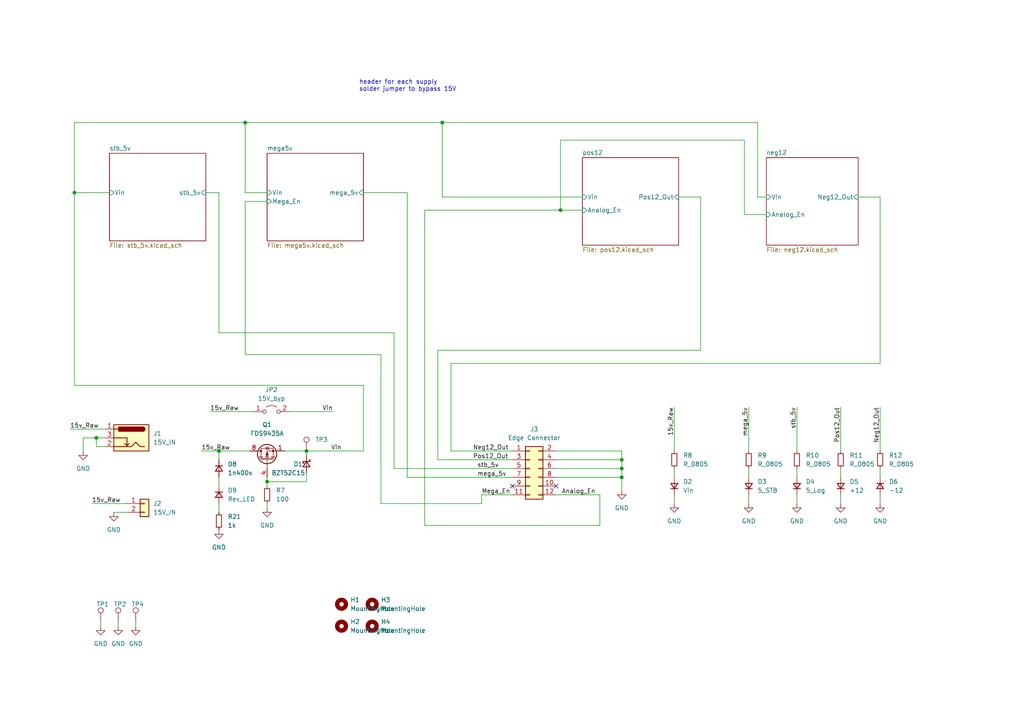
<source format=kicad_sch>
(kicad_sch (version 20230121) (generator eeschema)
  (paper "A4")
  (title_block (title "GD Power Supply Prototype") (date "2022-03-11") (rev "Rev 1") (company "twitch.tv/baldengineer"))
  (lib_symbols
    (symbol "Connector:Barrel_Jack_Switch" (pin_names hide)
      (property "Reference" "J" (at 0 5.334 0))
      (property "Value" "Barrel_Jack_Switch" (at 0 -5.08 0))
      (symbol "Barrel_Jack_Switch_0_1"
        (rectangle (start -5.08 3.81) (end 5.08 -3.81) (stroke (width 0.254)) (fill (type background)))
        (arc (start -3.302 3.175) (mid -3.9343 2.54) (end -3.302 1.905) (stroke (width 0.254)))
        (arc (start -3.302 3.175) (mid -3.9343 2.54) (end -3.302 1.905) (stroke (width 0.254)) (fill (type outline)))
        (polyline (pts (xy 1.27 -2.286) (xy 1.905 -1.651)) (stroke (width 0.254)))
        (polyline (pts (xy 5.08 2.54) (xy 3.81 2.54)) (stroke (width 0.254)))
        (polyline (pts (xy 5.08 0) (xy 1.27 0) (xy 1.27 -2.286) (xy 0.635 -1.651)) (stroke (width 0.254)))
        (polyline (pts (xy -3.81 -2.54) (xy -2.54 -2.54) (xy -1.27 -1.27) (xy 0 -2.54) (xy 2.54 -2.54) (xy 5.08 -2.54)) (stroke (width 0.254)))
        (rectangle (start 3.683 3.175) (end -3.302 1.905) (stroke (width 0.254)) (fill (type outline)))
      )
      (symbol "Barrel_Jack_Switch_1_1"
        (pin passive line (at 7.62 2.54 180) (length 2.54) (name "~") (number "1"))
        (pin passive line (at 7.62 -2.54 180) (length 2.54) (name "~") (number "2"))
        (pin passive line (at 7.62 0 180) (length 2.54) (name "~") (number "3"))
      )
    )
    (symbol "Connector_Generic:Conn_01x02" (pin_names (offset 1.016) hide)
      (property "Reference" "J" (at 0 2.54 0))
      (property "Value" "Conn_01x02" (at 0 -5.08 0))
      (symbol "Conn_01x02_1_1"
        (rectangle (start -1.27 -2.413) (end 0 -2.667) (stroke (width 0.1524)))
        (rectangle (start -1.27 0.127) (end 0 -0.127) (stroke (width 0.1524)))
        (rectangle (start -1.27 1.27) (end 1.27 -3.81) (stroke (width 0.254)) (fill (type background)))
        (pin passive line (at -5.08 0 0) (length 3.81) (name "Pin_1") (number "1"))
        (pin passive line (at -5.08 -2.54 0) (length 3.81) (name "Pin_2") (number "2"))
      )
    )
    (symbol "Connector_Generic:Conn_02x06_Odd_Even" (pin_names (offset 1.016) hide)
      (property "Reference" "J" (at 1.27 7.62 0))
      (property "Value" "Conn_02x06_Odd_Even" (at 1.27 -10.16 0))
      (symbol "Conn_02x06_Odd_Even_1_1"
        (rectangle (start -1.27 -7.493) (end 0 -7.747) (stroke (width 0.1524)))
        (rectangle (start -1.27 -4.953) (end 0 -5.207) (stroke (width 0.1524)))
        (rectangle (start -1.27 -2.413) (end 0 -2.667) (stroke (width 0.1524)))
        (rectangle (start -1.27 0.127) (end 0 -0.127) (stroke (width 0.1524)))
        (rectangle (start -1.27 2.667) (end 0 2.413) (stroke (width 0.1524)))
        (rectangle (start -1.27 5.207) (end 0 4.953) (stroke (width 0.1524)))
        (rectangle (start -1.27 6.35) (end 3.81 -8.89) (stroke (width 0.254)) (fill (type background)))
        (rectangle (start 3.81 -7.493) (end 2.54 -7.747) (stroke (width 0.1524)))
        (rectangle (start 3.81 -4.953) (end 2.54 -5.207) (stroke (width 0.1524)))
        (rectangle (start 3.81 -2.413) (end 2.54 -2.667) (stroke (width 0.1524)))
        (rectangle (start 3.81 0.127) (end 2.54 -0.127) (stroke (width 0.1524)))
        (rectangle (start 3.81 2.667) (end 2.54 2.413) (stroke (width 0.1524)))
        (rectangle (start 3.81 5.207) (end 2.54 4.953) (stroke (width 0.1524)))
        (pin passive line (at -5.08 5.08 0) (length 3.81) (name "Pin_1") (number "1"))
        (pin passive line (at 7.62 -5.08 180) (length 3.81) (name "Pin_10") (number "10"))
        (pin passive line (at -5.08 -7.62 0) (length 3.81) (name "Pin_11") (number "11"))
        (pin passive line (at 7.62 -7.62 180) (length 3.81) (name "Pin_12") (number "12"))
        (pin passive line (at 7.62 5.08 180) (length 3.81) (name "Pin_2") (number "2"))
        (pin passive line (at -5.08 2.54 0) (length 3.81) (name "Pin_3") (number "3"))
        (pin passive line (at 7.62 2.54 180) (length 3.81) (name "Pin_4") (number "4"))
        (pin passive line (at -5.08 0 0) (length 3.81) (name "Pin_5") (number "5"))
        (pin passive line (at 7.62 0 180) (length 3.81) (name "Pin_6") (number "6"))
        (pin passive line (at -5.08 -2.54 0) (length 3.81) (name "Pin_7") (number "7"))
        (pin passive line (at 7.62 -2.54 180) (length 3.81) (name "Pin_8") (number "8"))
        (pin passive line (at -5.08 -5.08 0) (length 3.81) (name "Pin_9") (number "9"))
      )
    )
    (symbol "Device:D_Schottky_Small" (pin_numbers hide) (pin_names (offset 0.254) hide)
      (property "Reference" "D" (at -1.27 2.032 0))
      (property "Value" "D_Schottky_Small" (at -7.112 -2.032 0))
      (symbol "D_Schottky_Small_0_1"
        (polyline (pts (xy -0.762 0) (xy 0.762 0)))
        (polyline (pts (xy 0.762 -1.016) (xy -0.762 0) (xy 0.762 1.016) (xy 0.762 -1.016)) (stroke (width 0.254)))
        (polyline (pts (xy -1.27 0.762) (xy -1.27 1.016) (xy -0.762 1.016) (xy -0.762 -1.016) (xy -0.254 -1.016) (xy -0.254 -0.762)) (stroke (width 0.254)))
      )
      (symbol "D_Schottky_Small_1_1"
        (pin passive line (at -2.54 0 0) (length 1.778) (name "K") (number "1"))
        (pin passive line (at 2.54 0 180) (length 1.778) (name "A") (number "2"))
      )
    )
    (symbol "Jumper:Jumper_2_Open" (pin_names (offset 0) hide)
      (property "Reference" "JP" (at 0 2.794 0))
      (property "Value" "Jumper_2_Open" (at 0 -2.286 0))
      (symbol "Jumper_2_Open_0_0"
        (circle (center -2.032 0) (radius 0.508))
        (circle (center 2.032 0) (radius 0.508))
      )
      (symbol "Jumper_2_Open_0_1"
        (arc (start 1.524 1.27) (mid 0 1.778) (end -1.524 1.27))
      )
      (symbol "Jumper_2_Open_1_1"
        (pin passive line (at -5.08 0 0) (length 2.54) (name "A") (number "1"))
        (pin passive line (at 5.08 0 180) (length 2.54) (name "B") (number "2"))
      )
    )
    (symbol "Mechanical:MountingHole" (pin_names (offset 1.016))
      (property "Reference" "H" (at 0 5.08 0))
      (property "Value" "MountingHole" (at 0 3.175 0))
      (symbol "MountingHole_0_1"
        (circle (center 0 0) (radius 1.27) (stroke (width 1.27)))
      )
    )
    (symbol "My Library:D_1206" (pin_numbers hide) (pin_names (offset 0.254) hide)
      (property "Reference" "D" (at -1.27 2.032 0))
      (property "Value" "D_1206" (at -3.81 -2.032 0))
      (symbol "D_1206_0_1"
        (polyline (pts (xy -0.762 -1.016) (xy -0.762 1.016)) (stroke (width 0.254)))
        (polyline (pts (xy -0.762 0) (xy 0.762 0)))
        (polyline (pts (xy 0.762 -1.016) (xy -0.762 0) (xy 0.762 1.016) (xy 0.762 -1.016)) (stroke (width 0.254)))
      )
      (symbol "D_1206_1_1"
        (pin passive line (at -2.54 0 0) (length 1.778) (name "K") (number "1"))
        (pin passive line (at 2.54 0 180) (length 1.778) (name "A") (number "2"))
      )
    )
    (symbol "My Library:R_0805" (pin_numbers hide) (pin_names (offset 0.254) hide)
      (property "Reference" "R" (at 0.762 0.508 0))
      (property "Value" "R_0805" (at 0.762 -1.016 0))
      (symbol "R_0805_0_1"
        (rectangle (start -0.762 1.778) (end 0.762 -1.778) (stroke (width 0.2032)))
      )
      (symbol "R_0805_1_1"
        (pin passive line (at 0 2.54 270) (length 0.762) (name "~") (number "1"))
        (pin passive line (at 0 -2.54 90) (length 0.762) (name "~") (number "2"))
      )
    )
    (symbol "My Library:TestPoint_Harwin" (pin_numbers hide) (pin_names (offset 0.762) hide)
      (property "Reference" "TP" (at 0 6.858 0))
      (symbol "TestPoint_Harwin_0_1"
        (circle (center 0 3.302) (radius 0.762))
      )
      (symbol "TestPoint_Harwin_1_1"
        (pin passive line (at 0 0 90) (length 2.54) (name "1") (number "1"))
      )
    )
    (symbol "Transistor_FET:FDS9435A" (pin_names hide)
      (property "Reference" "Q" (at 5.08 1.905 0))
      (property "Value" "FDS9435A" (at 5.08 0 0))
      (symbol "FDS9435A_0_1"
        (polyline (pts (xy 0.254 0) (xy -2.54 0)))
        (polyline (pts (xy 0.254 1.905) (xy 0.254 -1.905)) (stroke (width 0.254)))
        (polyline (pts (xy 0.762 -1.27) (xy 0.762 -2.286)) (stroke (width 0.254)))
        (polyline (pts (xy 0.762 0.508) (xy 0.762 -0.508)) (stroke (width 0.254)))
        (polyline (pts (xy 0.762 2.286) (xy 0.762 1.27)) (stroke (width 0.254)))
        (polyline (pts (xy 2.54 2.54) (xy 2.54 1.778)))
        (polyline (pts (xy 2.54 -2.54) (xy 2.54 0) (xy 0.762 0)))
        (polyline (pts (xy 0.762 1.778) (xy 3.302 1.778) (xy 3.302 -1.778) (xy 0.762 -1.778)))
        (polyline (pts (xy 2.286 0) (xy 1.27 0.381) (xy 1.27 -0.381) (xy 2.286 0)) (fill (type outline)))
        (polyline (pts (xy 2.794 -0.508) (xy 2.921 -0.381) (xy 3.683 -0.381) (xy 3.81 -0.254)))
        (polyline (pts (xy 3.302 -0.381) (xy 2.921 0.254) (xy 3.683 0.254) (xy 3.302 -0.381)))
        (circle (center 1.651 0) (radius 2.794) (stroke (width 0.254)))
        (circle (center 2.54 -1.778) (radius 0.254) (fill (type outline)))
        (circle (center 2.54 1.778) (radius 0.254) (fill (type outline)))
      )
      (symbol "FDS9435A_1_1"
        (pin passive line (at 2.54 -5.08 90) (length 2.54) (name "S") (number "1"))
        (pin passive line (at 2.54 -5.08 90) (length 2.54) hide (name "S") (number "2"))
        (pin passive line (at 2.54 -5.08 90) (length 2.54) hide (name "S") (number "3"))
        (pin passive line (at -5.08 0 0) (length 2.54) (name "G") (number "4"))
        (pin passive line (at 2.54 5.08 270) (length 2.54) hide (name "D") (number "5"))
        (pin passive line (at 2.54 5.08 270) (length 2.54) hide (name "D") (number "6"))
        (pin passive line (at 2.54 5.08 270) (length 2.54) hide (name "D") (number "7"))
        (pin passive line (at 2.54 5.08 270) (length 2.54) (name "D") (number "8"))
      )
    )
    (symbol "power:GND" (power) (pin_names (offset 0))
      (property "Value" "GND" (at 0 -3.81 0))
      (symbol "GND_0_1"
        (polyline (pts (xy 0 0) (xy 0 -1.27) (xy 1.27 -1.27) (xy 0 -2.54) (xy -1.27 -1.27) (xy 0 -1.27)))
      )
      (symbol "GND_1_1"
        (pin power_in line (at 0 0 270) (length 0) hide (name "GND") (number "1"))
      )
    )
  )
  (junction (at 128.27 35.56))
  (junction (at 21.59 55.88))
  (junction (at 63.5 130.81))
  (junction (at 77.47 139.7))
  (junction (at 27.94 127))
  (junction (at 88.9 130.81))
  (junction (at 180.34 138.43))
  (junction (at 180.34 133.35))
  (junction (at 71.12 35.56))
  (junction (at 162.56 60.96))
  (junction (at 180.34 135.89))
  (no_connect (at 161.29 140.97))
  (no_connect (at 148.59 140.97))
  (wire (pts (xy 255.27 143.51) (xy 255.27 146.05)))
  (wire (pts (xy 123.19 60.96) (xy 162.56 60.96)))
  (wire (pts (xy 77.47 58.42) (xy 71.12 58.42)))
  (wire (pts (xy 27.94 129.54) (xy 27.94 127)))
  (wire (pts (xy 88.9 137.16) (xy 88.9 139.7)))
  (wire (pts (xy 77.47 138.43) (xy 77.47 139.7)))
  (wire (pts (xy 123.19 60.96) (xy 123.19 152.4)))
  (wire (pts (xy 33.02 148.59) (xy 36.83 148.59)))
  (wire (pts (xy 248.92 57.15) (xy 255.27 57.15)))
  (wire (pts (xy 114.3 96.52) (xy 114.3 135.89)))
  (wire (pts (xy 21.59 111.76) (xy 21.59 55.88)))
  (wire (pts (xy 24.13 127) (xy 27.94 127)))
  (wire (pts (xy 27.94 127) (xy 30.48 127)))
  (wire (pts (xy 77.47 147.32) (xy 77.47 146.05)))
  (wire (pts (xy 162.56 40.64) (xy 162.56 60.96)))
  (wire (pts (xy 215.9 62.23) (xy 215.9 40.64)))
  (wire (pts (xy 195.58 135.89) (xy 195.58 138.43)))
  (wire (pts (xy 180.34 130.81) (xy 180.34 133.35)))
  (wire (pts (xy 110.49 146.05) (xy 139.7 146.05)))
  (wire (pts (xy 217.17 135.89) (xy 217.17 138.43)))
  (wire (pts (xy 255.27 105.41) (xy 130.81 105.41)))
  (wire (pts (xy 59.69 55.88) (xy 63.5 55.88)))
  (wire (pts (xy 34.29 180.34) (xy 34.29 181.61)))
  (wire (pts (xy 243.84 135.89) (xy 243.84 138.43)))
  (wire (pts (xy 71.12 55.88) (xy 71.12 35.56)))
  (wire (pts (xy 39.37 180.34) (xy 39.37 181.61)))
  (wire (pts (xy 161.29 133.35) (xy 180.34 133.35)))
  (wire (pts (xy 217.17 143.51) (xy 217.17 146.05)))
  (wire (pts (xy 77.47 139.7) (xy 77.47 140.97)))
  (wire (pts (xy 255.27 118.11) (xy 255.27 130.81)))
  (wire (pts (xy 203.2 101.6) (xy 127 101.6)))
  (wire (pts (xy 180.34 135.89) (xy 180.34 138.43)))
  (wire (pts (xy 83.82 119.38) (xy 96.52 119.38)))
  (wire (pts (xy 60.96 119.38) (xy 73.66 119.38)))
  (wire (pts (xy 63.5 130.81) (xy 72.39 130.81)))
  (wire (pts (xy 217.17 118.11) (xy 217.17 130.81)))
  (wire (pts (xy 123.19 152.4) (xy 173.99 152.4)))
  (wire (pts (xy 195.58 143.51) (xy 195.58 146.05)))
  (wire (pts (xy 88.9 130.81) (xy 105.41 130.81)))
  (wire (pts (xy 161.29 135.89) (xy 180.34 135.89)))
  (wire (pts (xy 243.84 143.51) (xy 243.84 146.05)))
  (wire (pts (xy 128.27 35.56) (xy 128.27 57.15)))
  (wire (pts (xy 255.27 135.89) (xy 255.27 138.43)))
  (wire (pts (xy 203.2 57.15) (xy 203.2 101.6)))
  (wire (pts (xy 110.49 102.87) (xy 110.49 146.05)))
  (wire (pts (xy 139.7 143.51) (xy 148.59 143.51)))
  (wire (pts (xy 118.11 138.43) (xy 148.59 138.43)))
  (wire (pts (xy 219.71 57.15) (xy 219.71 35.56)))
  (wire (pts (xy 71.12 58.42) (xy 71.12 102.87)))
  (wire (pts (xy 21.59 55.88) (xy 31.75 55.88)))
  (wire (pts (xy 231.14 135.89) (xy 231.14 138.43)))
  (wire (pts (xy 222.25 57.15) (xy 219.71 57.15)))
  (wire (pts (xy 180.34 133.35) (xy 180.34 135.89)))
  (wire (pts (xy 139.7 143.51) (xy 139.7 146.05)))
  (wire (pts (xy 30.48 129.54) (xy 27.94 129.54)))
  (wire (pts (xy 215.9 40.64) (xy 162.56 40.64)))
  (wire (pts (xy 29.21 180.34) (xy 29.21 181.61)))
  (wire (pts (xy 63.5 146.05) (xy 63.5 148.59)))
  (wire (pts (xy 71.12 102.87) (xy 110.49 102.87)))
  (wire (pts (xy 161.29 138.43) (xy 180.34 138.43)))
  (wire (pts (xy 21.59 35.56) (xy 71.12 35.56)))
  (wire (pts (xy 130.81 130.81) (xy 148.59 130.81)))
  (wire (pts (xy 130.81 105.41) (xy 130.81 130.81)))
  (wire (pts (xy 161.29 143.51) (xy 173.99 143.51)))
  (wire (pts (xy 77.47 139.7) (xy 88.9 139.7)))
  (wire (pts (xy 58.42 130.81) (xy 63.5 130.81)))
  (wire (pts (xy 127 101.6) (xy 127 133.35)))
  (wire (pts (xy 63.5 55.88) (xy 63.5 96.52)))
  (wire (pts (xy 77.47 55.88) (xy 71.12 55.88)))
  (wire (pts (xy 222.25 62.23) (xy 215.9 62.23)))
  (wire (pts (xy 255.27 57.15) (xy 255.27 105.41)))
  (wire (pts (xy 105.41 55.88) (xy 118.11 55.88)))
  (wire (pts (xy 128.27 57.15) (xy 168.91 57.15)))
  (wire (pts (xy 219.71 35.56) (xy 128.27 35.56)))
  (wire (pts (xy 88.9 130.81) (xy 88.9 132.08)))
  (wire (pts (xy 231.14 118.11) (xy 231.14 130.81)))
  (wire (pts (xy 118.11 55.88) (xy 118.11 138.43)))
  (wire (pts (xy 21.59 55.88) (xy 21.59 35.56)))
  (wire (pts (xy 26.67 146.05) (xy 36.83 146.05)))
  (wire (pts (xy 20.32 124.46) (xy 30.48 124.46)))
  (wire (pts (xy 24.13 127) (xy 24.13 130.81)))
  (wire (pts (xy 195.58 118.11) (xy 195.58 130.81)))
  (wire (pts (xy 231.14 143.51) (xy 231.14 146.05)))
  (wire (pts (xy 180.34 138.43) (xy 180.34 142.24)))
  (wire (pts (xy 243.84 118.11) (xy 243.84 130.81)))
  (wire (pts (xy 63.5 130.81) (xy 63.5 133.35)))
  (wire (pts (xy 82.55 130.81) (xy 88.9 130.81)))
  (wire (pts (xy 148.59 135.89) (xy 114.3 135.89)))
  (wire (pts (xy 105.41 130.81) (xy 105.41 111.76)))
  (wire (pts (xy 127 133.35) (xy 148.59 133.35)))
  (wire (pts (xy 63.5 96.52) (xy 114.3 96.52)))
  (wire (pts (xy 162.56 60.96) (xy 168.91 60.96)))
  (wire (pts (xy 71.12 35.56) (xy 128.27 35.56)))
  (wire (pts (xy 196.85 57.15) (xy 203.2 57.15)))
  (wire (pts (xy 173.99 143.51) (xy 173.99 152.4)))
  (wire (pts (xy 161.29 130.81) (xy 180.34 130.81)))
  (wire (pts (xy 105.41 111.76) (xy 21.59 111.76)))
  (wire (pts (xy 63.5 138.43) (xy 63.5 140.97)))
  (text "header for each supply\nsolder jumper to bypass 15V" (at 104.14 26.67 0) (effects (font (size 1.27 1.27)) (justify left bottom)))
  (label "Pos12_Out" (at 243.84 118.11 270))
  (label "15v_Raw" (at 60.96 119.38 0))
  (label "Neg12_Out" (at 255.27 118.11 270))
  (label "Vin" (at 99.06 130.81 180))
  (label "stb_5v" (at 138.43 135.89 0))
  (label "Vin" (at 96.52 119.38 180))
  (label "Neg12_Out" (at 137.16 130.81 0))
  (label "stb_5v" (at 231.14 118.11 270))
  (label "15v_Raw" (at 58.42 130.81 0))
  (label "Mega_En" (at 139.7 143.51 0))
  (label "Pos12_Out" (at 137.16 133.35 0))
  (label "mega_5v" (at 138.43 138.43 0))
  (label "15v_Raw" (at 20.32 124.46 0))
  (label "Analog_En" (at 172.72 143.51 180))
  (label "mega_5v" (at 217.17 118.11 270))
  (label "15v_Raw" (at 26.67 146.05 0))
  (label "15v_Raw" (at 195.58 118.11 270))
  (symbol (lib_id "My Library:R_0805") (at 217.17 133.35 180) (unit 1)
    (property "Reference" "R9" (at 219.71 132.0799 0) (effects (justify right)))
    (property "Value" "R_0805" (at 219.71 134.6199 0) (effects (justify right)))
    (property "Footprint" "Resistor_SMD:R_0805_2012Metric" (effects hide))
  )
  (symbol (lib_id "power:GND") (at 24.13 130.81 0) (unit 1)
    (property "Reference" "#PWR0111" (effects hide))
    (property "Value" "GND" (at 24.13 135.89 0))
  )
  (symbol (lib_id "My Library:TestPoint_Harwin") (at 29.21 180.34 0) (unit 1)
    (property "Reference" "TP1" (at 27.94 175.26 0) (effects (justify left)))
    (property "Value" "TestPoint_Harwin" (effects hide))
    (property "Footprint" "My Libraries:Harwin-S1751-46-Test-Point" (effects hide))
  )
  (symbol (lib_id "Mechanical:MountingHole") (at 99.06 181.61 0) (unit 1)
    (property "Reference" "H2" (at 101.6 180.3399 0) (effects (justify left)))
    (property "Value" "MountingHole" (at 101.6 182.8799 0) (effects (justify left)))
    (property "Footprint" "MountingHole:MountingHole_2.2mm_M2" (effects hide))
  )
  (symbol (lib_id "Transistor_FET:FDS9435A") (at 77.47 133.35 90) (unit 1)
    (property "Reference" "Q1" (at 77.47 123.19 90))
    (property "Value" "FDS9435A" (at 77.47 125.73 90))
    (property "Footprint" "Package_SO:SOIC-8_3.9x4.9mm_P1.27mm" (effects hide))
    (property "Datasheet" "https://www.onsemi.com/pub/Collateral/FDS9435A-D.PDF" (effects hide))
  )
  (symbol (lib_id "Connector_Generic:Conn_01x02") (at 41.91 146.05 0) (unit 1)
    (property "Reference" "J2" (at 44.45 146.0499 0) (effects (justify left)))
    (property "Value" "15V_IN" (at 44.45 148.5899 0) (effects (justify left)))
    (property "Footprint" "Connector_PinHeader_2.54mm:PinHeader_1x02_P2.54mm_Vertical" (effects hide))
  )
  (symbol (lib_id "power:GND") (at 195.58 146.05 0) (unit 1)
    (property "Reference" "#PWR0105" (effects hide))
    (property "Value" "GND" (at 195.58 151.13 0))
  )
  (symbol (lib_id "Mechanical:MountingHole") (at 99.06 175.26 0) (unit 1)
    (property "Reference" "H1" (at 101.6 173.9899 0) (effects (justify left)))
    (property "Value" "MountingHole" (at 101.6 176.5299 0) (effects (justify left)))
    (property "Footprint" "MountingHole:MountingHole_2.2mm_M2" (effects hide))
  )
  (symbol (lib_id "My Library:D_1206") (at 63.5 143.51 270) (unit 1)
    (property "Reference" "D9" (at 66.04 142.2399 90) (effects (justify left)))
    (property "Value" "Rev_LED" (at 66.04 144.7799 90) (effects (justify left)))
    (property "Footprint" "LED_SMD:LED_1206_3216Metric" (effects hide))
  )
  (symbol (lib_id "power:GND") (at 39.37 181.61 0) (unit 1)
    (property "Reference" "#PWR0125" (effects hide))
    (property "Value" "GND" (at 39.37 186.69 0))
  )
  (symbol (lib_id "Connector_Generic:Conn_02x06_Odd_Even") (at 153.67 135.89 0) (unit 1)
    (property "Reference" "J3" (at 154.94 124.46 0))
    (property "Value" "Edge Connector" (at 154.94 127 0))
    (property "Footprint" "My Libraries:12pos-edge-2.54mm" (effects hide))
  )
  (symbol (lib_id "Mechanical:MountingHole") (at 107.95 181.61 0) (unit 1)
    (property "Reference" "H4" (at 110.49 180.3399 0) (effects (justify left)))
    (property "Value" "MountingHole" (at 110.49 182.8799 0) (effects (justify left)))
    (property "Footprint" "MountingHole:MountingHole_2.2mm_M2" (effects hide))
  )
  (symbol (lib_id "Connector:Barrel_Jack_Switch") (at 38.1 127 0) (mirror y) (unit 1)
    (property "Reference" "J1" (at 44.45 125.7299 0) (effects (justify right)))
    (property "Value" "15V_IN" (at 44.45 128.2699 0) (effects (justify right)))
    (property "Footprint" "Connector_BarrelJack:BarrelJack_Horizontal" (effects hide))
  )
  (symbol (lib_id "power:GND") (at 33.02 148.59 0) (unit 1)
    (property "Reference" "#PWR0110" (effects hide))
    (property "Value" "GND" (at 33.02 153.67 0))
  )
  (symbol (lib_id "power:GND") (at 243.84 146.05 0) (unit 1)
    (property "Reference" "#PWR0107" (effects hide))
    (property "Value" "GND" (at 243.84 151.13 0))
  )
  (symbol (lib_id "power:GND") (at 180.34 142.24 0) (unit 1)
    (property "Reference" "#PWR0104" (effects hide))
    (property "Value" "GND" (at 180.34 147.32 0))
  )
  (symbol (lib_id "My Library:D_1206") (at 63.5 135.89 270) (unit 1)
    (property "Reference" "D8" (at 66.04 134.6199 90) (effects (justify left)))
    (property "Value" "1n400x" (at 66.04 137.1599 90) (effects (justify left)))
    (property "Footprint" "Diode_SMD:D_SMA" (effects hide))
  )
  (symbol (lib_id "My Library:TestPoint_Harwin") (at 34.29 180.34 0) (unit 1)
    (property "Reference" "TP2" (at 33.02 175.26 0) (effects (justify left)))
    (property "Value" "TestPoint_Harwin" (effects hide))
    (property "Footprint" "My Libraries:Harwin-S1751-46-Test-Point" (effects hide))
  )
  (symbol (lib_id "power:GND") (at 255.27 146.05 0) (unit 1)
    (property "Reference" "#PWR0109" (effects hide))
    (property "Value" "GND" (at 255.27 151.13 0))
  )
  (symbol (lib_id "power:GND") (at 231.14 146.05 0) (unit 1)
    (property "Reference" "#PWR0108" (effects hide))
    (property "Value" "GND" (at 231.14 151.13 0))
  )
  (symbol (lib_id "My Library:D_1206") (at 217.17 140.97 90) (unit 1)
    (property "Reference" "D3" (at 219.71 139.6999 90) (effects (justify right)))
    (property "Value" "5_STB" (at 219.71 142.2399 90) (effects (justify right)))
    (property "Footprint" "LED_SMD:LED_1206_3216Metric" (effects hide))
  )
  (symbol (lib_id "Mechanical:MountingHole") (at 107.95 175.26 0) (unit 1)
    (property "Reference" "H3" (at 110.49 173.9899 0) (effects (justify left)))
    (property "Value" "MountingHole" (at 110.49 176.5299 0) (effects (justify left)))
    (property "Footprint" "MountingHole:MountingHole_2.2mm_M2" (effects hide))
  )
  (symbol (lib_id "power:GND") (at 77.47 147.32 0) (unit 1)
    (property "Reference" "#PWR0112" (effects hide))
    (property "Value" "GND" (at 77.47 152.4 0))
  )
  (symbol (lib_id "My Library:R_0805") (at 243.84 133.35 180) (unit 1)
    (property "Reference" "R11" (at 246.38 132.0799 0) (effects (justify right)))
    (property "Value" "R_0805" (at 246.38 134.6199 0) (effects (justify right)))
    (property "Footprint" "Resistor_SMD:R_0805_2012Metric" (effects hide))
  )
  (symbol (lib_id "power:GND") (at 217.17 146.05 0) (unit 1)
    (property "Reference" "#PWR0106" (effects hide))
    (property "Value" "GND" (at 217.17 151.13 0))
  )
  (symbol (lib_id "My Library:TestPoint_Harwin") (at 88.9 130.81 0) (unit 1)
    (property "Reference" "TP3" (at 91.44 127.5079 0) (effects (justify left)))
    (property "Value" "TestPoint_Harwin" (effects hide))
    (property "Footprint" "My Libraries:Harwin-S1751-46-Test-Point" (effects hide))
  )
  (symbol (lib_id "My Library:R_0805") (at 255.27 133.35 180) (unit 1)
    (property "Reference" "R12" (at 257.81 132.0799 0) (effects (justify right)))
    (property "Value" "R_0805" (at 257.81 134.6199 0) (effects (justify right)))
    (property "Footprint" "Resistor_SMD:R_0805_2012Metric" (effects hide))
  )
  (symbol (lib_id "power:GND") (at 34.29 181.61 0) (unit 1)
    (property "Reference" "#PWR0124" (effects hide))
    (property "Value" "GND" (at 34.29 186.69 0))
  )
  (symbol (lib_id "My Library:TestPoint_Harwin") (at 39.37 180.34 0) (unit 1)
    (property "Reference" "TP4" (at 38.1 175.26 0) (effects (justify left)))
    (property "Value" "TestPoint_Harwin" (effects hide))
    (property "Footprint" "My Libraries:Harwin-S1751-46-Test-Point" (effects hide))
  )
  (symbol (lib_id "My Library:D_1206") (at 231.14 140.97 90) (unit 1)
    (property "Reference" "D4" (at 233.68 139.6999 90) (effects (justify right)))
    (property "Value" "5_Log" (at 233.68 142.2399 90) (effects (justify right)))
    (property "Footprint" "LED_SMD:LED_1206_3216Metric" (effects hide))
  )
  (symbol (lib_id "My Library:D_1206") (at 243.84 140.97 90) (unit 1)
    (property "Reference" "D5" (at 246.38 139.6999 90) (effects (justify right)))
    (property "Value" "+12" (at 246.38 142.2399 90) (effects (justify right)))
    (property "Footprint" "LED_SMD:LED_1206_3216Metric" (effects hide))
  )
  (symbol (lib_id "My Library:R_0805") (at 195.58 133.35 180) (unit 1)
    (property "Reference" "R8" (at 198.12 132.0799 0) (effects (justify right)))
    (property "Value" "R_0805" (at 198.12 134.6199 0) (effects (justify right)))
    (property "Footprint" "Resistor_SMD:R_0805_2012Metric" (effects hide))
  )
  (symbol (lib_id "My Library:R_0805") (at 77.47 143.51 180) (unit 1)
    (property "Reference" "R7" (at 80.01 142.2399 0) (effects (justify right)))
    (property "Value" "100" (at 80.01 144.7799 0) (effects (justify right)))
    (property "Footprint" "Resistor_SMD:R_0805_2012Metric" (effects hide))
  )
  (symbol (lib_id "power:GND") (at 29.21 181.61 0) (unit 1)
    (property "Reference" "#PWR0123" (effects hide))
    (property "Value" "GND" (at 29.21 186.69 0))
  )
  (symbol (lib_id "Device:D_Schottky_Small") (at 88.9 134.62 270) (unit 1)
    (property "Reference" "D1" (at 85.09 134.62 90) (effects (justify left)))
    (property "Value" "BZT52C15" (at 78.74 137.16 90) (effects (justify left)))
    (property "Footprint" "Diode_SMD:D_SOD-123" (effects hide))
  )
  (symbol (lib_id "My Library:R_0805") (at 63.5 151.13 0) (unit 1)
    (property "Reference" "R21" (at 66.04 149.8599 0) (effects (justify left)))
    (property "Value" "1k" (at 66.04 152.3999 0) (effects (justify left)))
    (property "Footprint" "Resistor_SMD:R_0805_2012Metric" (effects hide))
  )
  (symbol (lib_id "My Library:D_1206") (at 195.58 140.97 90) (unit 1)
    (property "Reference" "D2" (at 198.12 139.6999 90) (effects (justify right)))
    (property "Value" "Vin" (at 198.12 142.2399 90) (effects (justify right)))
    (property "Footprint" "LED_SMD:LED_1206_3216Metric" (effects hide))
  )
  (symbol (lib_id "power:GND") (at 63.5 153.67 0) (unit 1)
    (property "Reference" "#PWR01" (effects hide))
    (property "Value" "GND" (at 63.5 158.75 0))
  )
  (symbol (lib_id "My Library:D_1206") (at 255.27 140.97 270) (unit 1)
    (property "Reference" "D6" (at 257.81 139.6999 90) (effects (justify left)))
    (property "Value" "-12" (at 257.81 142.2399 90) (effects (justify left)))
    (property "Footprint" "LED_SMD:LED_1206_3216Metric" (effects hide))
  )
  (symbol (lib_id "My Library:R_0805") (at 231.14 133.35 180) (unit 1)
    (property "Reference" "R10" (at 233.68 132.0799 0) (effects (justify right)))
    (property "Value" "R_0805" (at 233.68 134.6199 0) (effects (justify right)))
    (property "Footprint" "Resistor_SMD:R_0805_2012Metric" (effects hide))
  )
  (symbol (lib_id "Jumper:Jumper_2_Open") (at 78.74 119.38 0) (unit 1)
    (property "Reference" "JP2" (at 78.74 113.03 0))
    (property "Value" "15V_byp" (at 78.74 115.57 0))
    (property "Footprint" "Jumper:SolderJumper-2_P1.3mm_Open_TrianglePad1.0x1.5mm" (effects hide))
  )
  (sheet (at 77.47 44.45) (size 27.94 25.4) (stroke (width 0.1524))
    (property "Sheetname" "mega5v" (at 77.47 43.7384 0) (effects (justify left bottom)))
    (property "Sheetfile" "mega5v.kicad_sch" (at 77.47 70.4346 0) (effects (justify left top)))
    (pin "mega_5v" input (at 105.41 55.88 0))
    (pin "Mega_En" input (at 77.47 58.42 180))
    (pin "Vin" input (at 77.47 55.88 180))
  )
  (sheet (at 222.25 45.72) (size 26.67 25.4) (stroke (width 0.1524))
    (property "Sheetname" "neg12" (at 222.25 45.0084 0) (effects (justify left bottom)))
    (property "Sheetfile" "neg12.kicad_sch" (at 222.25 71.7046 0) (effects (justify left top)))
    (pin "Vin" input (at 222.25 57.15 180))
    (pin "Neg12_Out" input (at 248.92 57.15 0))
    (pin "Analog_En" input (at 222.25 62.23 180))
  )
  (sheet (at 31.75 44.45) (size 27.94 25.4) (stroke (width 0.1524))
    (property "Sheetname" "stb_5v" (at 31.75 43.7384 0) (effects (justify left bottom)))
    (property "Sheetfile" "stb_5v.kicad_sch" (at 31.75 70.4346 0) (effects (justify left top)))
    (pin "stb_5v" input (at 59.69 55.88 0))
    (pin "Vin" input (at 31.75 55.88 180))
  )
  (sheet (at 168.91 45.72) (size 27.94 25.4) (stroke (width 0.1524))
    (property "Sheetname" "pos12" (at 168.91 45.0084 0) (effects (justify left bottom)))
    (property "Sheetfile" "pos12.kicad_sch" (at 168.91 71.7046 0) (effects (justify left top)))
    (pin "Vin" input (at 168.91 57.15 180))
    (pin "Pos12_Out" input (at 196.85 57.15 0))
    (pin "Analog_En" input (at 168.91 60.96 180))
  )
)
</source>
